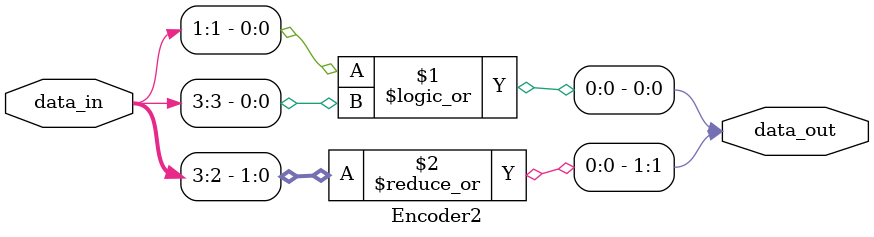
<source format=sv>
`include "preamble.sv"

/**
 * 4×2 one-hot encoder.
 */
module Encoder2 (
    output var logic [2-1 : 0] data_out,
    /* verilator lint_off UNUSEDSIGNAL */
    input var logic [2**2-1 : 0] data_in
    /* verilator lint_on UNUSEDSIGNAL */
);
  assign data_out[0] = data_in[1] || data_in[3];
  assign data_out[1] = |data_in[2+:2];
endmodule

</source>
